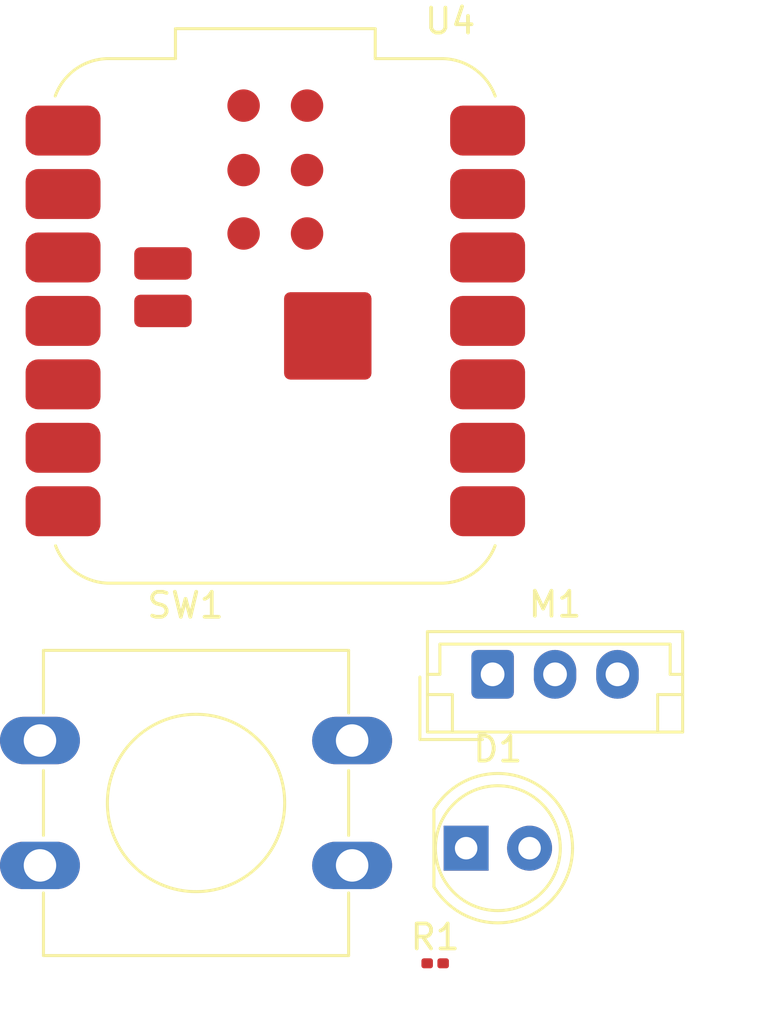
<source format=kicad_pcb>
(kicad_pcb (version 20240108) (generator "pcbnew") (generator_version "8.0")
  (layers (0 "F.Cu" signal) (31 "B.Cu" signal) (34 "B.Paste" user) (35 "F.Paste" user) (36 "B.SilkS" user "B.Silkscreen") (37 "F.SilkS" user "F.Silkscreen") (38 "B.Mask" user) (39 "F.Mask" user) (44 "Edge.Cuts" user))
  (net 0 "")
  (net 1 "Net-(D1-A)")
  (net 2 "GND")
  (net 3 "Net-(U4-PA10_A2_D2)")
  (net 4 "Net-(U4-PA02_A0_D0)")
  (net 5 "Net-(M1--)")
  (net 6 "Net-(SW1-C)")
  (net 7 "VCC")
  (net 11 "Net-(U4-PA11_A3_D3)")
  (footprint "Resistor_SMD:R_0201_0603Metric" (layer "F.Cu") (at 136.7 117.57)
    (property "Reference" "R1" (at 0 -1.05 0) (layer "F.SilkS"))
    (property "Value" "200")
    (pad "1" smd roundrect (at -0.32 0) (size 0.46 0.4) (layers "F.Cu" "F.Mask") (net 6 "Net-(SW1-C)"))
    (pad "2" smd roundrect (at 0.32 0) (size 0.46 0.4) (layers "F.Cu" "F.Mask") (net 1 "Net-(D1-A)"))
  )
  (footprint "RF_Module:MCU_Seeed_ESP32C3" (layer "F.Cu") (at 130.3 91.85)
    (property "Reference" "U4" (at 7 -12 0) (layer "F.SilkS"))
    (property "Value" "SeeeduinoXIAO")
    (fp_line (start -6.7 10.5) (end 6.7 10.5) (stroke (width 0.12)) (layer "F.SilkS"))
    (fp_line (start -4 -11.7) (end 4 -11.7) (stroke (width 0.12)) (layer "F.SilkS"))
    (fp_line (start -4 -10.5) (end -6.6 -10.5) (stroke (width 0.12)) (layer "F.SilkS"))
    (fp_line (start -4 -10.5) (end -4 -11.7) (stroke (width 0.12)) (layer "F.SilkS"))
    (fp_line (start 4 -11.7) (end 4 -10.5) (stroke (width 0.12)) (layer "F.SilkS"))
    (fp_line (start 6.6 -10.5) (end 4 -10.5) (stroke (width 0.12)) (layer "F.SilkS"))
    (fp_arc (start -8.812892 -9.00468) (mid -7.949609 -10.111769) (end -6.600468 -10.499999) (stroke (width 0.12)) (layer "F.SilkS"))
    (fp_arc (start -6.7 10.5) (mid -7.977232 10.068125) (end -8.8 9) (stroke (width 0.12)) (layer "F.SilkS"))
    (fp_arc (start 6.6 -10.499999) (mid 7.944323 -10.107114) (end 8.804034 -9.001464) (stroke (width 0.12)) (layer "F.SilkS"))
    (fp_arc (start 8.8 9) (mid 7.977232 10.068126) (end 6.7 10.5) (stroke (width 0.12)) (layer "F.SilkS"))
    (pad "1" smd roundrect (at -8.5 -7.62) (size 3 2) (layers "F.Cu" "F.Paste" "F.Mask") (net 4 "Net-(U4-PA02_A0_D0)"))
    (pad "2" smd roundrect (at -8.5 -5.08) (size 3 2) (layers "F.Cu" "F.Paste" "F.Mask") (net 5 "Net-(M1--)"))
    (pad "3" smd roundrect (at -8.5 -2.54) (size 3 2) (layers "F.Cu" "F.Paste" "F.Mask") (net 3 "Net-(U4-PA10_A2_D2)"))
    (pad "4" smd roundrect (at -8.5 0) (size 3 2) (layers "F.Cu" "F.Paste" "F.Mask") (net 11 "Net-(U4-PA11_A3_D3)"))
    (pad "5" smd roundrect (at -8.5 2.54) (size 3 2) (layers "F.Cu" "F.Paste" "F.Mask"))
    (pad "6" smd roundrect (at -8.5 5.08) (size 3 2) (layers "F.Cu" "F.Paste" "F.Mask"))
    (pad "7" smd roundrect (at -8.5 7.62) (size 3 2) (layers "F.Cu" "F.Paste" "F.Mask"))
    (pad "8" smd roundrect (at 8.5 7.62) (size 3 2) (layers "F.Cu" "F.Paste" "F.Mask"))
    (pad "9" smd roundrect (at 8.5 5.08) (size 3 2) (layers "F.Cu" "F.Paste" "F.Mask"))
    (pad "10" smd roundrect (at 8.5 2.54) (size 3 2) (layers "F.Cu" "F.Paste" "F.Mask"))
    (pad "11" smd roundrect (at 8.5 0) (size 3 2) (layers "F.Cu" "F.Paste" "F.Mask"))
    (pad "12" smd roundrect (at 8.5 -2.54) (size 3 2) (layers "F.Cu" "F.Paste" "F.Mask"))
    (pad "13" smd roundrect (at 8.5 -5.08) (size 3 2) (layers "F.Cu" "F.Paste" "F.Mask") (net 2 "GND"))
    (pad "14" smd roundrect (at 8.5 -7.62) (size 3 2) (layers "F.Cu" "F.Paste" "F.Mask") (net 7 "VCC"))
    (pad "15" smd roundrect (at 2.1 0.6) (size 3.5 3.5) (property pad_prop_heatsink) (layers "F.Cu" "F.Mask") (roundrect_rratio 0.07142857143))
    (pad "16" smd roundrect (at -4.5 -0.4) (size 2.3 1.3) (layers "F.Cu" "F.Paste" "F.Mask") (roundrect_rratio 0.1923076923))
    (pad "17" smd roundrect (at -4.5 -2.3) (size 2.3 1.3) (layers "F.Cu" "F.Paste" "F.Mask") (roundrect_rratio 0.1923076923))
    (pad "18" smd circle (at -1.27 -8.62) (size 1.3 1.3) (layers "F.Cu" "F.Paste" "F.Mask"))
    (pad "19" smd circle (at -1.27 -6.04) (size 1.3 1.3) (layers "F.Cu" "F.Paste" "F.Mask"))
    (pad "20" smd circle (at -1.27 -3.5) (size 1.3 1.3) (layers "F.Cu" "F.Paste" "F.Mask"))
    (pad "21" smd circle (at 1.27 -3.5) (size 1.3 1.3) (layers "F.Cu" "F.Paste" "F.Mask"))
    (pad "22" smd circle (at 1.27 -6.04) (size 1.3 1.3) (layers "F.Cu" "F.Paste" "F.Mask"))
    (pad "23" smd circle (at 1.27 -8.62) (size 1.3 1.3) (layers "F.Cu" "F.Paste" "F.Mask"))
  )
  (footprint "LED_THT:LED_D5.0mm" (layer "F.Cu") (at 137.94 112.96)
    (property "Reference" "D1" (at 1.27 -3.96 0) (layer "F.SilkS"))
    (property "Value" "LED")
    (fp_line (start -1.29 -1.545) (end -1.29 1.545) (stroke (width 0.12)) (layer "F.SilkS"))
    (fp_arc (start -1.29 -1.54483) (mid 2.071756 -2.880501) (end 4.26 -0.000048) (stroke (width 0.12)) (layer "F.SilkS"))
    (fp_arc (start 4.26 0.000048) (mid 2.071756 2.880501) (end -1.29 1.54483) (stroke (width 0.12)) (layer "F.SilkS"))
    (fp_circle (center 1.27 0) (end 3.77 0) (stroke (width 0.12)) (fill none) (layer "F.SilkS"))
    (pad "1" thru_hole rect (at 0 0) (size 1.8 1.8) (drill 0.9) (layers "*.Cu" "*.Mask") (net 2 "GND"))
    (pad "2" thru_hole circle (at 2.54 0) (size 1.8 1.8) (drill 0.9) (layers "*.Cu" "*.Mask") (net 1 "Net-(D1-A)"))
  )
  (footprint "Connector_JST:JST_EH_B3B-EH-A_1x03_P2.50mm_Vertical" (layer "F.Cu") (at 139 106)
    (property "Reference" "M1" (at 2.5 -2.8 0) (layer "F.SilkS"))
    (property "Value" "Stepper_Motor_bipolar")
    (fp_line (start -2.91 0.11) (end -2.91 2.61) (stroke (width 0.12)) (layer "F.SilkS"))
    (fp_line (start -2.91 2.61) (end -0.41 2.61) (stroke (width 0.12)) (layer "F.SilkS"))
    (fp_line (start -2.61 -1.71) (end -2.61 2.31) (stroke (width 0.12)) (layer "F.SilkS"))
    (fp_line (start -2.61 0) (end -2.11 0) (stroke (width 0.12)) (layer "F.SilkS"))
    (fp_line (start -2.61 0.81) (end -1.61 0.81) (stroke (width 0.12)) (layer "F.SilkS"))
    (fp_line (start -2.61 2.31) (end 7.61 2.31) (stroke (width 0.12)) (layer "F.SilkS"))
    (fp_line (start -2.11 -1.21) (end 7.11 -1.21) (stroke (width 0.12)) (layer "F.SilkS"))
    (fp_line (start -2.11 0) (end -2.11 -1.21) (stroke (width 0.12)) (layer "F.SilkS"))
    (fp_line (start -1.61 0.81) (end -1.61 2.31) (stroke (width 0.12)) (layer "F.SilkS"))
    (fp_line (start 6.61 0.81) (end 6.61 2.31) (stroke (width 0.12)) (layer "F.SilkS"))
    (fp_line (start 7.11 -1.21) (end 7.11 0) (stroke (width 0.12)) (layer "F.SilkS"))
    (fp_line (start 7.11 0) (end 7.61 0) (stroke (width 0.12)) (layer "F.SilkS"))
    (fp_line (start 7.61 -1.71) (end -2.61 -1.71) (stroke (width 0.12)) (layer "F.SilkS"))
    (fp_line (start 7.61 0.81) (end 6.61 0.81) (stroke (width 0.12)) (layer "F.SilkS"))
    (fp_line (start 7.61 2.31) (end 7.61 -1.71) (stroke (width 0.12)) (layer "F.SilkS"))
    (pad "1" thru_hole roundrect (at 0 0) (size 1.7 1.95) (drill 0.95) (layers "*.Cu" "*.Mask") (roundrect_rratio 0.147059) (net 4 "Net-(U4-PA02_A0_D0)"))
    (pad "2" thru_hole oval (at 2.5 0) (size 1.7 1.95) (drill 0.95) (layers "*.Cu" "*.Mask") (net 5 "Net-(M1--)"))
    (pad "3" thru_hole oval (at 5 0) (size 1.7 1.95) (drill 0.95) (layers "*.Cu" "*.Mask") (net 3 "Net-(U4-PA10_A2_D2)"))
  )
  (footprint "Button_Switch_THT:SW_PUSH-12mm" (layer "F.Cu") (at 120.875 108.65)
    (property "Reference" "SW1" (at 5.83 -5.41 0) (layer "F.SilkS"))
    (property "Value" "SW_SPDT")
    (fp_line (start 0.14 -3.61) (end 0.14 -1.1) (stroke (width 0.12)) (layer "F.SilkS"))
    (fp_line (start 0.14 -3.61) (end 12.36 -3.61) (stroke (width 0.12)) (layer "F.SilkS"))
    (fp_line (start 0.14 1.2) (end 0.14 3.8) (stroke (width 0.12)) (layer "F.SilkS"))
    (fp_line (start 0.14 6.1) (end 0.14 8.61) (stroke (width 0.12)) (layer "F.SilkS"))
    (fp_line (start 12.36 -3.61) (end 12.36 -1.1) (stroke (width 0.12)) (layer "F.SilkS"))
    (fp_line (start 12.36 1.2) (end 12.36 3.8) (stroke (width 0.12)) (layer "F.SilkS"))
    (fp_line (start 12.36 6.1) (end 12.36 8.61) (stroke (width 0.12)) (layer "F.SilkS"))
    (fp_line (start 12.36 8.61) (end 0.14 8.61) (stroke (width 0.12)) (layer "F.SilkS"))
    (fp_circle (center 6.25 2.5) (end 9.8 2.5) (stroke (width 0.12)) (fill none) (layer "F.SilkS"))
    (pad "1" thru_hole oval (at 0 0) (size 3.2 1.9) (drill 1.3) (layers "*.Cu" "*.Mask"))
    (pad "1" thru_hole oval (at 12.5 0) (size 3.2 1.9) (drill 1.3) (layers "*.Cu" "*.Mask"))
    (pad "2" thru_hole oval (at 0 5) (size 3.2 1.9) (drill 1.3) (layers "*.Cu" "*.Mask") (net 7 "VCC"))
    (pad "2" thru_hole oval (at 12.5 5) (size 3.2 1.9) (drill 1.3) (layers "*.Cu" "*.Mask") (net 7 "VCC"))
  )
)
</source>
